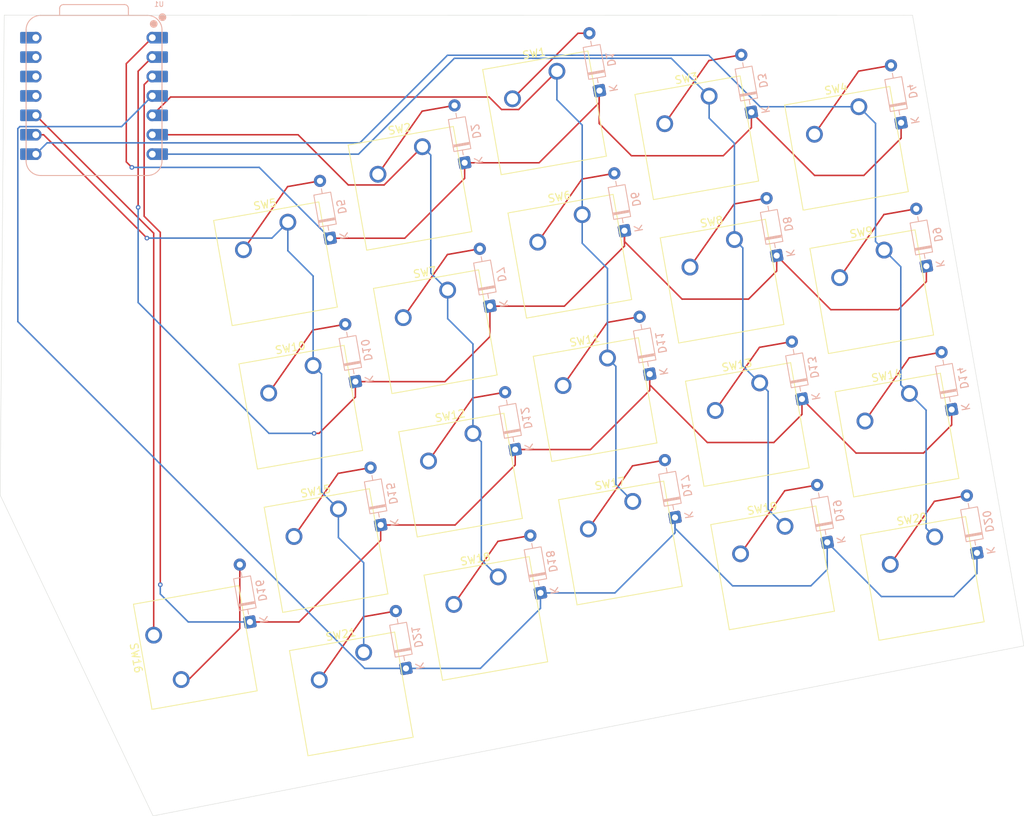
<source format=kicad_pcb>
(kicad_pcb (version 20241229) (generator "pcbnew") (generator_version "9.0")
  (layers (0 "F.Cu" signal) (2 "B.Cu" signal) (13 "F.Paste" user) (15 "B.Paste" user) (5 "F.SilkS" user "F.Silkscreen") (7 "B.SilkS" user "B.Silkscreen") (1 "F.Mask" user) (3 "B.Mask" user) (25 "Edge.Cuts" user))
  (net 0 "")
  (net 1 "Net-(D1-A)")
  (net 2 "row 0")
  (net 3 "Net-(D2-A)")
  (net 4 "Net-(D3-A)")
  (net 5 "Net-(D4-A)")
  (net 6 "Net-(D5-A)")
  (net 7 "Net-(D6-A)")
  (net 8 "row 1")
  (net 9 "Net-(D7-A)")
  (net 10 "Net-(D8-A)")
  (net 11 "Net-(D9-A)")
  (net 12 "Net-(D10-A)")
  (net 13 "Net-(D11-A)")
  (net 14 "row 2")
  (net 15 "Net-(D12-A)")
  (net 16 "Net-(D13-A)")
  (net 17 "Net-(D14-A)")
  (net 18 "Net-(D15-A)")
  (net 19 "Net-(D16-A)")
  (net 20 "Net-(D17-A)")
  (net 21 "row 3")
  (net 22 "Net-(D18-A)")
  (net 23 "Net-(D19-A)")
  (net 24 "Net-(D20-A)")
  (net 25 "Net-(D21-A)")
  (net 26 "column 0")
  (net 27 "column 1")
  (net 28 "column 2")
  (net 29 "column 3")
  (net 30 "column 4")
  (net 31 "column 5")
  (footprint "Button_Switch_Keyboard:SW_Cherry_MX_1.00u_PCB" (layer "F.Cu") (at 229.737255 52.05139 10)
    (property "Reference" "SW3" (at -2.54 -2.794 10) (layer "F.SilkS"))
    (property "Value" "SW_Push")
    (pad "" np_thru_hole circle (at -7.62 5.08 10) (size 1.7 1.7) (drill 1.7) (layers "*.Cu" "*.Mask"))
    (pad "" np_thru_hole circle (at -2.54 5.08 10) (size 4 4) (drill 4) (layers "*.Cu" "*.Mask"))
    (pad "" np_thru_hole circle (at 2.54 5.08 10) (size 1.7 1.7) (drill 1.7) (layers "*.Cu" "*.Mask"))
    (pad "1" thru_hole circle (at 0 0 10) (size 2.2 2.2) (drill 1.5) (layers "*.Cu" "*.Mask") (net 28 "column 2"))
    (pad "2" thru_hole circle (at -6.35 2.54 10) (size 2.2 2.2) (drill 1.5) (layers "*.Cu" "*.Mask") (net 4 "Net-(D3-A)"))
  )
  (footprint "Button_Switch_Keyboard:SW_Cherry_MX_1.00u_PCB" (layer "F.Cu") (at 216.434864 86.314357 10)
    (property "Reference" "SW11" (at -2.54 -2.794 10) (layer "F.SilkS"))
    (property "Value" "SW_Push")
    (pad "" np_thru_hole circle (at -7.62 5.08 10) (size 1.7 1.7) (drill 1.7) (layers "*.Cu" "*.Mask"))
    (pad "" np_thru_hole circle (at -2.54 5.08 10) (size 4 4) (drill 4) (layers "*.Cu" "*.Mask"))
    (pad "" np_thru_hole circle (at 2.54 5.08 10) (size 1.7 1.7) (drill 1.7) (layers "*.Cu" "*.Mask"))
    (pad "1" thru_hole circle (at 0 0 10) (size 2.2 2.2) (drill 1.5) (layers "*.Cu" "*.Mask") (net 26 "column 0"))
    (pad "2" thru_hole circle (at -6.35 2.54 10) (size 2.2 2.2) (drill 1.5) (layers "*.Cu" "*.Mask") (net 13 "Net-(D11-A)"))
  )
  (footprint "Button_Switch_Keyboard:SW_Cherry_MX_1.00u_PCB" (layer "F.Cu") (at 239.661249 108.333153 10)
    (property "Reference" "SW19" (at -2.54 -2.794 10) (layer "F.SilkS"))
    (property "Value" "SW_Push")
    (pad "" np_thru_hole circle (at -7.62 5.08 10) (size 1.7 1.7) (drill 1.7) (layers "*.Cu" "*.Mask"))
    (pad "" np_thru_hole circle (at -2.54 5.08 10) (size 4 4) (drill 4) (layers "*.Cu" "*.Mask"))
    (pad "" np_thru_hole circle (at 2.54 5.08 10) (size 1.7 1.7) (drill 1.7) (layers "*.Cu" "*.Mask"))
    (pad "1" thru_hole circle (at 0 0 10) (size 2.2 2.2) (drill 1.5) (layers "*.Cu" "*.Mask") (net 28 "column 2"))
    (pad "2" thru_hole circle (at -6.35 2.54 10) (size 2.2 2.2) (drill 1.5) (layers "*.Cu" "*.Mask") (net 23 "Net-(D19-A)"))
  )
  (footprint "Button_Switch_Keyboard:SW_Cherry_MX_1.00u_PCB" (layer "F.Cu") (at 233.045253 70.811977 10)
    (property "Reference" "SW8" (at -2.54 -2.794 10) (layer "F.SilkS"))
    (property "Value" "SW_Push")
    (pad "" np_thru_hole circle (at -7.62 5.08 10) (size 1.7 1.7) (drill 1.7) (layers "*.Cu" "*.Mask"))
    (pad "" np_thru_hole circle (at -2.54 5.08 10) (size 4 4) (drill 4) (layers "*.Cu" "*.Mask"))
    (pad "" np_thru_hole circle (at 2.54 5.08 10) (size 1.7 1.7) (drill 1.7) (layers "*.Cu" "*.Mask"))
    (pad "1" thru_hole circle (at 0 0 10) (size 2.2 2.2) (drill 1.5) (layers "*.Cu" "*.Mask") (net 28 "column 2"))
    (pad "2" thru_hole circle (at -6.35 2.54 10) (size 2.2 2.2) (drill 1.5) (layers "*.Cu" "*.Mask") (net 10 "Net-(D8-A)"))
  )
  (footprint "Button_Switch_Keyboard:SW_Cherry_MX_1.00u_PCB" (layer "F.Cu") (at 252.63284 72.194127 10)
    (property "Reference" "SW9" (at -2.54 -2.794 10) (layer "F.SilkS"))
    (property "Value" "SW_Push")
    (pad "" np_thru_hole circle (at -7.62 5.08 10) (size 1.7 1.7) (drill 1.7) (layers "*.Cu" "*.Mask"))
    (pad "" np_thru_hole circle (at -2.54 5.08 10) (size 4 4) (drill 4) (layers "*.Cu" "*.Mask"))
    (pad "" np_thru_hole circle (at 2.54 5.08 10) (size 1.7 1.7) (drill 1.7) (layers "*.Cu" "*.Mask"))
    (pad "1" thru_hole circle (at 0 0 10) (size 2.2 2.2) (drill 1.5) (layers "*.Cu" "*.Mask") (net 29 "column 3"))
    (pad "2" thru_hole circle (at -6.35 2.54 10) (size 2.2 2.2) (drill 1.5) (layers "*.Cu" "*.Mask") (net 11 "Net-(D9-A)"))
  )
  (footprint "Button_Switch_Keyboard:SW_Cherry_MX_1.00u_PCB" (layer "F.Cu") (at 213.126866 67.553769 10)
    (property "Reference" "SW6" (at -2.54 -2.794 10) (layer "F.SilkS"))
    (property "Value" "SW_Push")
    (pad "" np_thru_hole circle (at -7.62 5.08 10) (size 1.7 1.7) (drill 1.7) (layers "*.Cu" "*.Mask"))
    (pad "" np_thru_hole circle (at -2.54 5.08 10) (size 4 4) (drill 4) (layers "*.Cu" "*.Mask"))
    (pad "" np_thru_hole circle (at 2.54 5.08 10) (size 1.7 1.7) (drill 1.7) (layers "*.Cu" "*.Mask"))
    (pad "1" thru_hole circle (at 0 0 10) (size 2.2 2.2) (drill 1.5) (layers "*.Cu" "*.Mask") (net 26 "column 0"))
    (pad "2" thru_hole circle (at -6.35 2.54 10) (size 2.2 2.2) (drill 1.5) (layers "*.Cu" "*.Mask") (net 7 "Net-(D6-A)"))
  )
  (footprint "Button_Switch_Keyboard:SW_Cherry_MX_1.00u_PCB" (layer "F.Cu") (at 181.229287 106.062764 10)
    (property "Reference" "SW15" (at -2.54 -2.794 10) (layer "F.SilkS"))
    (property "Value" "SW_Push")
    (pad "" np_thru_hole circle (at -7.62 5.08 10) (size 1.7 1.7) (drill 1.7) (layers "*.Cu" "*.Mask"))
    (pad "" np_thru_hole circle (at -2.54 5.08 10) (size 4 4) (drill 4) (layers "*.Cu" "*.Mask"))
    (pad "" np_thru_hole circle (at 2.54 5.08 10) (size 1.7 1.7) (drill 1.7) (layers "*.Cu" "*.Mask"))
    (pad "1" thru_hole circle (at 0 0 10) (size 2.2 2.2) (drill 1.5) (layers "*.Cu" "*.Mask") (net 30 "column 4"))
    (pad "2" thru_hole circle (at -6.35 2.54 10) (size 2.2 2.2) (drill 1.5) (layers "*.Cu" "*.Mask") (net 18 "Net-(D15-A)"))
  )
  (footprint "Button_Switch_Keyboard:SW_Cherry_MX_1.00u_PCB" (layer "F.Cu") (at 174.613292 68.541589 10)
    (property "Reference" "SW5" (at -2.54 -2.794 10) (layer "F.SilkS"))
    (property "Value" "SW_Push")
    (pad "" np_thru_hole circle (at -7.62 5.08 10) (size 1.7 1.7) (drill 1.7) (layers "*.Cu" "*.Mask"))
    (pad "" np_thru_hole circle (at -2.54 5.08 10) (size 4 4) (drill 4) (layers "*.Cu" "*.Mask"))
    (pad "" np_thru_hole circle (at 2.54 5.08 10) (size 1.7 1.7) (drill 1.7) (layers "*.Cu" "*.Mask"))
    (pad "1" thru_hole circle (at 0 0 10) (size 2.2 2.2) (drill 1.5) (layers "*.Cu" "*.Mask") (net 30 "column 4"))
    (pad "2" thru_hole circle (at -6.35 2.54 10) (size 2.2 2.2) (drill 1.5) (layers "*.Cu" "*.Mask") (net 6 "Net-(D5-A)"))
  )
  (footprint "Button_Switch_Keyboard:SW_Cherry_MX_1.00u_PCB" (layer "F.Cu") (at 209.818869 48.793182 10)
    (property "Reference" "SW1" (at -2.54 -2.794 10) (layer "F.SilkS"))
    (property "Value" "SW_Push")
    (pad "" np_thru_hole circle (at -7.62 5.08 10) (size 1.7 1.7) (drill 1.7) (layers "*.Cu" "*.Mask"))
    (pad "" np_thru_hole circle (at -2.54 5.08 10) (size 4 4) (drill 4) (layers "*.Cu" "*.Mask"))
    (pad "" np_thru_hole circle (at 2.54 5.08 10) (size 1.7 1.7) (drill 1.7) (layers "*.Cu" "*.Mask"))
    (pad "1" thru_hole circle (at 0 0 10) (size 2.2 2.2) (drill 1.5) (layers "*.Cu" "*.Mask") (net 26 "column 0"))
    (pad "2" thru_hole circle (at -6.35 2.54 10) (size 2.2 2.2) (drill 1.5) (layers "*.Cu" "*.Mask") (net 1 "Net-(D1-A)"))
  )
  (footprint "Button_Switch_Keyboard:SW_Cherry_MX_1.00u_PCB" (layer "F.Cu") (at 259.248836 109.715302 10)
    (property "Reference" "SW20" (at -2.54 -2.794 10) (layer "F.SilkS"))
    (property "Value" "SW_Push")
    (pad "" np_thru_hole circle (at -7.62 5.08 10) (size 1.7 1.7) (drill 1.7) (layers "*.Cu" "*.Mask"))
    (pad "" np_thru_hole circle (at -2.54 5.08 10) (size 4 4) (drill 4) (layers "*.Cu" "*.Mask"))
    (pad "" np_thru_hole circle (at 2.54 5.08 10) (size 1.7 1.7) (drill 1.7) (layers "*.Cu" "*.Mask"))
    (pad "1" thru_hole circle (at 0 0 10) (size 2.2 2.2) (drill 1.5) (layers "*.Cu" "*.Mask") (net 29 "column 3"))
    (pad "2" thru_hole circle (at -6.35 2.54 10) (size 2.2 2.2) (drill 1.5) (layers "*.Cu" "*.Mask") (net 24 "Net-(D20-A)"))
  )
  (footprint "Button_Switch_Keyboard:SW_Cherry_MX_1.00u_PCB" (layer "F.Cu") (at 192.21608 58.667385 10)
    (property "Reference" "SW2" (at -2.54 -2.794 10) (layer "F.SilkS"))
    (property "Value" "SW_Push")
    (pad "" np_thru_hole circle (at -7.62 5.08 10) (size 1.7 1.7) (drill 1.7) (layers "*.Cu" "*.Mask"))
    (pad "" np_thru_hole circle (at -2.54 5.08 10) (size 4 4) (drill 4) (layers "*.Cu" "*.Mask"))
    (pad "" np_thru_hole circle (at 2.54 5.08 10) (size 1.7 1.7) (drill 1.7) (layers "*.Cu" "*.Mask"))
    (pad "1" thru_hole circle (at 0 0 10) (size 2.2 2.2) (drill 1.5) (layers "*.Cu" "*.Mask") (net 27 "column 1"))
    (pad "2" thru_hole circle (at -6.35 2.54 10) (size 2.2 2.2) (drill 1.5) (layers "*.Cu" "*.Mask") (net 3 "Net-(D2-A)"))
  )
  (footprint "Button_Switch_Keyboard:SW_Cherry_MX_1.00u_PCB" (layer "F.Cu") (at 202.140073 114.949148 10)
    (property "Reference" "SW18" (at -2.54 -2.794 10) (layer "F.SilkS"))
    (property "Value" "SW_Push")
    (pad "" np_thru_hole circle (at -7.62 5.08 10) (size 1.7 1.7) (drill 1.7) (layers "*.Cu" "*.Mask"))
    (pad "" np_thru_hole circle (at -2.54 5.08 10) (size 4 4) (drill 4) (layers "*.Cu" "*.Mask"))
    (pad "" np_thru_hole circle (at 2.54 5.08 10) (size 1.7 1.7) (drill 1.7) (layers "*.Cu" "*.Mask"))
    (pad "1" thru_hole circle (at 0 0 10) (size 2.2 2.2) (drill 1.5) (layers "*.Cu" "*.Mask") (net 27 "column 1"))
    (pad "2" thru_hole circle (at -6.35 2.54 10) (size 2.2 2.2) (drill 1.5) (layers "*.Cu" "*.Mask") (net 22 "Net-(D18-A)"))
  )
  (footprint "Button_Switch_Keyboard:SW_Cherry_MX_1.00u_PCB" (layer "F.Cu") (at 255.940838 90.954714 10)
    (property "Reference" "SW14" (at -2.54 -2.794 10) (layer "F.SilkS"))
    (property "Value" "SW_Push")
    (pad "" np_thru_hole circle (at -7.62 5.08 10) (size 1.7 1.7) (drill 1.7) (layers "*.Cu" "*.Mask"))
    (pad "" np_thru_hole circle (at -2.54 5.08 10) (size 4 4) (drill 4) (layers "*.Cu" "*.Mask"))
    (pad "" np_thru_hole circle (at 2.54 5.08 10) (size 1.7 1.7) (drill 1.7) (layers "*.Cu" "*.Mask"))
    (pad "1" thru_hole circle (at 0 0 10) (size 2.2 2.2) (drill 1.5) (layers "*.Cu" "*.Mask") (net 29 "column 3"))
    (pad "2" thru_hole circle (at -6.35 2.54 10) (size 2.2 2.2) (drill 1.5) (layers "*.Cu" "*.Mask") (net 17 "Net-(D14-A)"))
  )
  (footprint "Button_Switch_Keyboard:SW_Cherry_MX_1.50u_PCB" (layer "F.Cu") (at 157.059529 122.575667 100)
    (property "Reference" "SW16" (at -2.54 -2.794 100) (layer "F.SilkS"))
    (property "Value" "SW_Push")
    (pad "" np_thru_hole circle (at -7.62 5.08 100) (size 1.7 1.7) (drill 1.7) (layers "*.Cu" "*.Mask"))
    (pad "" np_thru_hole circle (at -2.54 5.08 100) (size 4 4) (drill 4) (layers "*.Cu" "*.Mask"))
    (pad "" np_thru_hole circle (at 2.54 5.08 100) (size 1.7 1.7) (drill 1.7) (layers "*.Cu" "*.Mask"))
    (pad "1" thru_hole circle (at 0 0 100) (size 2.2 2.2) (drill 1.5) (layers "*.Cu" "*.Mask") (net 31 "column 5"))
    (pad "2" thru_hole circle (at -6.35 2.54 100) (size 2.2 2.2) (drill 1.5) (layers "*.Cu" "*.Mask") (net 19 "Net-(D16-A)"))
  )
  (footprint "Button_Switch_Keyboard:SW_Cherry_MX_1.00u_PCB" (layer "F.Cu") (at 198.832076 96.188561 10)
    (property "Reference" "SW12" (at -2.54 -2.794 10) (layer "F.SilkS"))
    (property "Value" "SW_Push")
    (pad "" np_thru_hole circle (at -7.62 5.08 10) (size 1.7 1.7) (drill 1.7) (layers "*.Cu" "*.Mask"))
    (pad "" np_thru_hole circle (at -2.54 5.08 10) (size 4 4) (drill 4) (layers "*.Cu" "*.Mask"))
    (pad "" np_thru_hole circle (at 2.54 5.08 10) (size 1.7 1.7) (drill 1.7) (layers "*.Cu" "*.Mask"))
    (pad "1" thru_hole circle (at 0 0 10) (size 2.2 2.2) (drill 1.5) (layers "*.Cu" "*.Mask") (net 27 "column 1"))
    (pad "2" thru_hole circle (at -6.35 2.54 10) (size 2.2 2.2) (drill 1.5) (layers "*.Cu" "*.Mask") (net 15 "Net-(D12-A)"))
  )
  (footprint "Button_Switch_Keyboard:SW_Cherry_MX_1.00u_PCB" (layer "F.Cu") (at 184.537285 124.823352 10)
    (property "Reference" "SW21" (at -2.54 -2.794 10) (layer "F.SilkS"))
    (property "Value" "SW_Push")
    (pad "" np_thru_hole circle (at -7.62 5.08 10) (size 1.7 1.7) (drill 1.7) (layers "*.Cu" "*.Mask"))
    (pad "" np_thru_hole circle (at -2.54 5.08 10) (size 4 4) (drill 4) (layers "*.Cu" "*.Mask"))
    (pad "" np_thru_hole circle (at 2.54 5.08 10) (size 1.7 1.7) (drill 1.7) (layers "*.Cu" "*.Mask"))
    (pad "1" thru_hole circle (at 0 0 10) (size 2.2 2.2) (drill 1.5) (layers "*.Cu" "*.Mask") (net 30 "column 4"))
    (pad "2" thru_hole circle (at -6.35 2.54 10) (size 2.2 2.2) (drill 1.5) (layers "*.Cu" "*.Mask") (net 25 "Net-(D21-A)"))
  )
  (footprint "Button_Switch_Keyboard:SW_Cherry_MX_1.00u_PCB" (layer "F.Cu") (at 236.353251 89.572565 10)
    (property "Reference" "SW13" (at -2.54 -2.794 10) (layer "F.SilkS"))
    (property "Value" "SW_Push")
    (pad "" np_thru_hole circle (at -7.62 5.08 10) (size 1.7 1.7) (drill 1.7) (layers "*.Cu" "*.Mask"))
    (pad "" np_thru_hole circle (at -2.54 5.08 10) (size 4 4) (drill 4) (layers "*.Cu" "*.Mask"))
    (pad "" np_thru_hole circle (at 2.54 5.08 10) (size 1.7 1.7) (drill 1.7) (layers "*.Cu" "*.Mask"))
    (pad "1" thru_hole circle (at 0 0 10) (size 2.2 2.2) (drill 1.5) (layers "*.Cu" "*.Mask") (net 28 "column 2"))
    (pad "2" thru_hole circle (at -6.35 2.54 10) (size 2.2 2.2) (drill 1.5) (layers "*.Cu" "*.Mask") (net 16 "Net-(D13-A)"))
  )
  (footprint "Button_Switch_Keyboard:SW_Cherry_MX_1.00u_PCB" (layer "F.Cu") (at 249.324843 53.433539 10)
    (property "Reference" "SW4" (at -2.54 -2.794 10) (layer "F.SilkS"))
    (property "Value" "SW_Push")
    (pad "" np_thru_hole circle (at -7.62 5.08 10) (size 1.7 1.7) (drill 1.7) (layers "*.Cu" "*.Mask"))
    (pad "" np_thru_hole circle (at -2.54 5.08 10) (size 4 4) (drill 4) (layers "*.Cu" "*.Mask"))
    (pad "" np_thru_hole circle (at 2.54 5.08 10) (size 1.7 1.7) (drill 1.7) (layers "*.Cu" "*.Mask"))
    (pad "1" thru_hole circle (at 0 0 10) (size 2.2 2.2) (drill 1.5) (layers "*.Cu" "*.Mask") (net 29 "column 3"))
    (pad "2" thru_hole circle (at -6.35 2.54 10) (size 2.2 2.2) (drill 1.5) (layers "*.Cu" "*.Mask") (net 5 "Net-(D4-A)"))
  )
  (footprint "Button_Switch_Keyboard:SW_Cherry_MX_1.00u_PCB" (layer "F.Cu") (at 219.742862 105.074945 10)
    (property "Reference" "SW17" (at -2.54 -2.794 10) (layer "F.SilkS"))
    (property "Value" "SW_Push")
    (pad "" np_thru_hole circle (at -7.62 5.08 10) (size 1.7 1.7) (drill 1.7) (layers "*.Cu" "*.Mask"))
    (pad "" np_thru_hole circle (at -2.54 5.08 10) (size 4 4) (drill 4) (layers "*.Cu" "*.Mask"))
    (pad "" np_thru_hole circle (at 2.54 5.08 10) (size 1.7 1.7) (drill 1.7) (layers "*.Cu" "*.Mask"))
    (pad "1" thru_hole circle (at 0 0 10) (size 2.2 2.2) (drill 1.5) (layers "*.Cu" "*.Mask") (net 26 "column 0"))
    (pad "2" thru_hole circle (at -6.35 2.54 10) (size 2.2 2.2) (drill 1.5) (layers "*.Cu" "*.Mask") (net 20 "Net-(D17-A)"))
  )
  (footprint "Button_Switch_Keyboard:SW_Cherry_MX_1.00u_PCB" (layer "F.Cu") (at 177.921289 87.302176 10)
    (property "Reference" "SW10" (at -2.54 -2.794 10) (layer "F.SilkS"))
    (property "Value" "SW_Push")
    (pad "" np_thru_hole circle (at -7.62 5.08 10) (size 1.7 1.7) (drill 1.7) (layers "*.Cu" "*.Mask"))
    (pad "" np_thru_hole circle (at -2.54 5.08 10) (size 4 4) (drill 4) (layers "*.Cu" "*.Mask"))
    (pad "" np_thru_hole circle (at 2.54 5.08 10) (size 1.7 1.7) (drill 1.7) (layers "*.Cu" "*.Mask"))
    (pad "1" thru_hole circle (at 0 0 10) (size 2.2 2.2) (drill 1.5) (layers "*.Cu" "*.Mask") (net 30 "column 4"))
    (pad "2" thru_hole circle (at -6.35 2.54 10) (size 2.2 2.2) (drill 1.5) (layers "*.Cu" "*.Mask") (net 12 "Net-(D10-A)"))
  )
  (footprint "Button_Switch_Keyboard:SW_Cherry_MX_1.00u_PCB" (layer "F.Cu") (at 195.524078 77.427973 10)
    (property "Reference" "SW7" (at -2.54 -2.794 10) (layer "F.SilkS"))
    (property "Value" "SW_Push")
    (pad "" np_thru_hole circle (at -7.62 5.08 10) (size 1.7 1.7) (drill 1.7) (layers "*.Cu" "*.Mask"))
    (pad "" np_thru_hole circle (at -2.54 5.08 10) (size 4 4) (drill 4) (layers "*.Cu" "*.Mask"))
    (pad "" np_thru_hole circle (at 2.54 5.08 10) (size 1.7 1.7) (drill 1.7) (layers "*.Cu" "*.Mask"))
    (pad "1" thru_hole circle (at 0 0 10) (size 2.2 2.2) (drill 1.5) (layers "*.Cu" "*.Mask") (net 27 "column 1"))
    (pad "2" thru_hole circle (at -6.35 2.54 10) (size 2.2 2.2) (drill 1.5) (layers "*.Cu" "*.Mask") (net 9 "Net-(D7-A)"))
  )
  (footprint "Diode_THT:D_DO-35_SOD27_P7.62mm_Horizontal" (layer "B.Cu") (at 180.142269 70.643423 100)
    (property "Reference" "D5" (at 3.81 2.12 100) (layer "B.SilkS") (effects (justify mirror)))
    (property "Value" "1N4148")
    (fp_text user "K" (at 0 1.8 100) (layer "B.SilkS") (effects (justify mirror)))
    (pad "1" thru_hole roundrect (at 0 0 100) (size 1.6 1.6) (drill 0.8) (layers "*.Cu" "*.Mask") (roundrect_rratio 0.15625) (net 2 "row 0"))
    (pad "2" thru_hole circle (at 7.62 0 100) (size 1.6 1.6) (drill 0.8) (layers "*.Cu" "*.Mask") (net 6 "Net-(D5-A)"))
  )
  (footprint "Diode_THT:D_DO-35_SOD27_P7.62mm_Horizontal" (layer "B.Cu") (at 218.655843 69.655603 100)
    (property "Reference" "D6" (at 3.81 2.12 100) (layer "B.SilkS") (effects (justify mirror)))
    (property "Value" "1N4148")
    (fp_text user "K" (at 0 1.8 100) (layer "B.SilkS") (effects (justify mirror)))
    (pad "1" thru_hole roundrect (at 0 0 100) (size 1.6 1.6) (drill 0.8) (layers "*.Cu" "*.Mask") (roundrect_rratio 0.15625) (net 8 "row 1"))
    (pad "2" thru_hole circle (at 7.62 0 100) (size 1.6 1.6) (drill 0.8) (layers "*.Cu" "*.Mask") (net 7 "Net-(D6-A)"))
  )
  (footprint "Diode_THT:D_DO-35_SOD27_P7.62mm_Horizontal" (layer "B.Cu") (at 204.361053 98.290395 100)
    (property "Reference" "D12" (at 3.81 2.12 100) (layer "B.SilkS") (effects (justify mirror)))
    (property "Value" "1N4148")
    (fp_text user "K" (at 0 1.8 100) (layer "B.SilkS") (effects (justify mirror)))
    (pad "1" thru_hole roundrect (at 0 0 100) (size 1.6 1.6) (drill 0.8) (layers "*.Cu" "*.Mask") (roundrect_rratio 0.15625) (net 14 "row 2"))
    (pad "2" thru_hole circle (at 7.62 0 100) (size 1.6 1.6) (drill 0.8) (layers "*.Cu" "*.Mask") (net 15 "Net-(D12-A)"))
  )
  (footprint "Diode_THT:D_DO-35_SOD27_P7.62mm_Horizontal" (layer "B.Cu") (at 264.777813 111.817136 100)
    (property "Reference" "D20" (at 3.81 2.12 100) (layer "B.SilkS") (effects (justify mirror)))
    (property "Value" "1N4148")
    (fp_text user "K" (at 0 1.8 100) (layer "B.SilkS") (effects (justify mirror)))
    (pad "1" thru_hole roundrect (at 0 0 100) (size 1.6 1.6) (drill 0.8) (layers "*.Cu" "*.Mask") (roundrect_rratio 0.15625) (net 21 "row 3"))
    (pad "2" thru_hole circle (at 7.62 0 100) (size 1.6 1.6) (drill 0.8) (layers "*.Cu" "*.Mask") (net 24 "Net-(D20-A)"))
  )
  (footprint "Diode_THT:D_DO-35_SOD27_P7.62mm_Horizontal" (layer "B.Cu") (at 207.66905 117.050982 100)
    (property "Reference" "D18" (at 3.81 2.12 100) (layer "B.SilkS") (effects (justify mirror)))
    (property "Value" "1N4148")
    (fp_text user "K" (at 0 1.8 100) (layer "B.SilkS") (effects (justify mirror)))
    (pad "1" thru_hole roundrect (at 0 0 100) (size 1.6 1.6) (drill 0.8) (layers "*.Cu" "*.Mask") (roundrect_rratio 0.15625) (net 21 "row 3"))
    (pad "2" thru_hole circle (at 7.62 0 100) (size 1.6 1.6) (drill 0.8) (layers "*.Cu" "*.Mask") (net 22 "Net-(D18-A)"))
  )
  (footprint "Diode_THT:D_DO-35_SOD27_P7.62mm_Horizontal" (layer "B.Cu") (at 197.745057 60.769219 100)
    (property "Reference" "D2" (at 3.81 2.12 100) (layer "B.SilkS") (effects (justify mirror)))
    (property "Value" "1N4148")
    (fp_text user "K" (at 0 1.8 100) (layer "B.SilkS") (effects (justify mirror)))
    (pad "1" thru_hole roundrect (at 0 0 100) (size 1.6 1.6) (drill 0.8) (layers "*.Cu" "*.Mask") (roundrect_rratio 0.15625) (net 2 "row 0"))
    (pad "2" thru_hole circle (at 7.62 0 100) (size 1.6 1.6) (drill 0.8) (layers "*.Cu" "*.Mask") (net 3 "Net-(D2-A)"))
  )
  (footprint "Diode_THT:D_DO-35_SOD27_P7.62mm_Horizontal" (layer "B.Cu") (at 201.053055 79.529807 100)
    (property "Reference" "D7" (at 3.81 2.12 100) (layer "B.SilkS") (effects (justify mirror)))
    (property "Value" "1N4148")
    (fp_text user "K" (at 0 1.8 100) (layer "B.SilkS") (effects (justify mirror)))
    (pad "1" thru_hole roundrect (at 0 0 100) (size 1.6 1.6) (drill 0.8) (layers "*.Cu" "*.Mask") (roundrect_rratio 0.15625) (net 8 "row 1"))
    (pad "2" thru_hole circle (at 7.62 0 100) (size 1.6 1.6) (drill 0.8) (layers "*.Cu" "*.Mask") (net 9 "Net-(D7-A)"))
  )
  (footprint "Diode_THT:D_DO-35_SOD27_P7.62mm_Horizontal" (layer "B.Cu") (at 215.3866 51.327118 100)
    (property "Reference" "D1" (at 3.81 2.12 100) (layer "B.SilkS") (effects (justify mirror)))
    (property "Value" "1N4148")
    (fp_text user "K" (at 0 1.8 100) (layer "B.SilkS") (effects (justify mirror)))
    (pad "1" thru_hole roundrect (at 0 0 100) (size 1.6 1.6) (drill 0.8) (layers "*.Cu" "*.Mask") (roundrect_rratio 0.15625) (net 2 "row 0"))
    (pad "2" thru_hole circle (at 7.62 0 100) (size 1.6 1.6) (drill 0.8) (layers "*.Cu" "*.Mask") (net 1 "Net-(D1-A)"))
  )
  (footprint "Diode_THT:D_DO-35_SOD27_P7.62mm_Horizontal" (layer "B.Cu") (at 186.758264 108.164598 100)
    (property "Reference" "D15" (at 3.81 2.12 100) (layer "B.SilkS") (effects (justify mirror)))
    (property "Value" "1N4148")
    (fp_text user "K" (at 0 1.8 100) (layer "B.SilkS") (effects (justify mirror)))
    (pad "1" thru_hole roundrect (at 0 0 100) (size 1.6 1.6) (drill 0.8) (layers "*.Cu" "*.Mask") (roundrect_rratio 0.15625) (net 14 "row 2"))
    (pad "2" thru_hole circle (at 7.62 0 100) (size 1.6 1.6) (drill 0.8) (layers "*.Cu" "*.Mask") (net 18 "Net-(D15-A)"))
  )
  (footprint "Diode_THT:D_DO-35_SOD27_P7.62mm_Horizontal" (layer "B.Cu") (at 258.161817 74.295961 100)
    (property "Reference" "D9" (at 3.81 2.12 100) (layer "B.SilkS") (effects (justify mirror)))
    (property "Value" "1N4148")
    (fp_text user "K" (at 0 1.8 100) (layer "B.SilkS") (effects (justify mirror)))
    (pad "1" thru_hole roundrect (at 0 0 100) (size 1.6 1.6) (drill 0.8) (layers "*.Cu" "*.Mask") (roundrect_rratio 0.15625) (net 8 "row 1"))
    (pad "2" thru_hole circle (at 7.62 0 100) (size 1.6 1.6) (drill 0.8) (layers "*.Cu" "*.Mask") (net 11 "Net-(D9-A)"))
  )
  (footprint "Diode_THT:D_DO-35_SOD27_P7.62mm_Horizontal" (layer "B.Cu") (at 261.469815 93.056548 100)
    (property "Reference" "D14" (at 3.81 2.12 100) (layer "B.SilkS") (effects (justify mirror)))
    (property "Value" "1N4148")
    (fp_text user "K" (at 0 1.8 100) (layer "B.SilkS") (effects (justify mirror)))
    (pad "1" thru_hole roundrect (at 0 0 100) (size 1.6 1.6) (drill 0.8) (layers "*.Cu" "*.Mask") (roundrect_rratio 0.15625) (net 14 "row 2"))
    (pad "2" thru_hole circle (at 7.62 0 100) (size 1.6 1.6) (drill 0.8) (layers "*.Cu" "*.Mask") (net 17 "Net-(D14-A)"))
  )
  (footprint "Diode_THT:D_DO-35_SOD27_P7.62mm_Horizontal" (layer "B.Cu") (at 169.651675 120.85289 100)
    (property "Reference" "D16" (at 3.81 2.12 100) (layer "B.SilkS") (effects (justify mirror)))
    (property "Value" "1N4148")
    (fp_text user "K" (at 0 1.8 100) (layer "B.SilkS") (effects (justify mirror)))
    (pad "1" thru_hole roundrect (at 0 0 100) (size 1.6 1.6) (drill 0.8) (layers "*.Cu" "*.Mask") (roundrect_rratio 0.15625) (net 14 "row 2"))
    (pad "2" thru_hole circle (at 7.62 0 100) (size 1.6 1.6) (drill 0.8) (layers "*.Cu" "*.Mask") (net 19 "Net-(D16-A)"))
  )
  (footprint "Diode_THT:D_DO-35_SOD27_P7.62mm_Horizontal" (layer "B.Cu") (at 245.190226 110.434987 100)
    (property "Reference" "D19" (at 3.81 2.12 100) (layer "B.SilkS") (effects (justify mirror)))
    (property "Value" "1N4148")
    (fp_text user "K" (at 0 1.8 100) (layer "B.SilkS") (effects (justify mirror)))
    (pad "1" thru_hole roundrect (at 0 0 100) (size 1.6 1.6) (drill 0.8) (layers "*.Cu" "*.Mask") (roundrect_rratio 0.15625) (net 21 "row 3"))
    (pad "2" thru_hole circle (at 7.62 0 100) (size 1.6 1.6) (drill 0.8) (layers "*.Cu" "*.Mask") (net 23 "Net-(D19-A)"))
  )
  (footprint "Diode_THT:D_DO-35_SOD27_P7.62mm_Horizontal" (layer "B.Cu") (at 221.963841 88.416191 100)
    (property "Reference" "D11" (at 3.81 2.12 100) (layer "B.SilkS") (effects (justify mirror)))
    (property "Value" "1N4148")
    (fp_text user "K" (at 0 1.8 100) (layer "B.SilkS") (effects (justify mirror)))
    (pad "1" thru_hole roundrect (at 0 0 100) (size 1.6 1.6) (drill 0.8) (layers "*.Cu" "*.Mask") (roundrect_rratio 0.15625) (net 14 "row 2"))
    (pad "2" thru_hole circle (at 7.62 0 100) (size 1.6 1.6) (drill 0.8) (layers "*.Cu" "*.Mask") (net 13 "Net-(D11-A)"))
  )
  (footprint "Diode_THT:D_DO-35_SOD27_P7.62mm_Horizontal" (layer "B.Cu") (at 254.85382 55.535373 100)
    (property "Reference" "D4" (at 3.81 2.12 100) (layer "B.SilkS") (effects (justify mirror)))
    (property "Value" "1N4148")
    (fp_text user "K" (at 0 1.8 100) (layer "B.SilkS") (effects (justify mirror)))
    (pad "1" thru_hole roundrect (at 0 0 100) (size 1.6 1.6) (drill 0.8) (layers "*.Cu" "*.Mask") (roundrect_rratio 0.15625) (net 2 "row 0"))
    (pad "2" thru_hole circle (at 7.62 0 100) (size 1.6 1.6) (drill 0.8) (layers "*.Cu" "*.Mask") (net 5 "Net-(D4-A)"))
  )
  (footprint "Diode_THT:D_DO-35_SOD27_P7.62mm_Horizontal" (layer "B.Cu") (at 190.066262 126.925186 100)
    (property "Reference" "D21" (at 3.81 2.12 100) (layer "B.SilkS") (effects (justify mirror)))
    (property "Value" "1N4148")
    (fp_text user "K" (at 0 1.8 100) (layer "B.SilkS") (effects (justify mirror)))
    (pad "1" thru_hole roundrect (at 0 0 100) (size 1.6 1.6) (drill 0.8) (layers "*.Cu" "*.Mask") (roundrect_rratio 0.15625) (net 21 "row 3"))
    (pad "2" thru_hole circle (at 7.62 0 100) (size 1.6 1.6) (drill 0.8) (layers "*.Cu" "*.Mask") (net 25 "Net-(D21-A)"))
  )
  (footprint "Diode_THT:D_DO-35_SOD27_P7.62mm_Horizontal" (layer "B.Cu") (at 235.266232 54.153224 100)
    (property "Reference" "D3" (at 3.81 2.12 100) (layer "B.SilkS") (effects (justify mirror)))
    (property "Value" "1N4148")
    (fp_text user "K" (at 0 1.8 100) (layer "B.SilkS") (effects (justify mirror)))
    (pad "1" thru_hole roundrect (at 0 0 100) (size 1.6 1.6) (drill 0.8) (layers "*.Cu" "*.Mask") (roundrect_rratio 0.15625) (net 2 "row 0"))
    (pad "2" thru_hole circle (at 7.62 0 100) (size 1.6 1.6) (drill 0.8) (layers "*.Cu" "*.Mask") (net 4 "Net-(D3-A)"))
  )
  (footprint "Diode_THT:D_DO-35_SOD27_P7.62mm_Horizontal" (layer "B.Cu") (at 238.57423 72.913811 100)
    (property "Reference" "D8" (at 3.81 2.12 100) (layer "B.SilkS") (effects (justify mirror)))
    (property "Value" "1N4148")
    (fp_text user "K" (at 0 1.8 100) (layer "B.SilkS") (effects (justify mirror)))
    (pad "1" thru_hole roundrect (at 0 0 100) (size 1.6 1.6) (drill 0.8) (layers "*.Cu" "*.Mask") (roundrect_rratio 0.15625) (net 8 "row 1"))
    (pad "2" thru_hole circle (at 7.62 0 100) (size 1.6 1.6) (drill 0.8) (layers "*.Cu" "*.Mask") (net 10 "Net-(D8-A)"))
  )
  (footprint "Diode_THT:D_DO-35_SOD27_P7.62mm_Horizontal" (layer "B.Cu") (at 241.882228 91.674399 100)
    (property "Reference" "D13" (at 3.81 2.12 100) (layer "B.SilkS") (effects (justify mirror)))
    (property "Value" "1N4148")
    (fp_text user "K" (at 0 1.8 100) (layer "B.SilkS") (effects (justify mirror)))
    (pad "1" thru_hole roundrect (at 0 0 100) (size 1.6 1.6) (drill 0.8) (layers "*.Cu" "*.Mask") (roundrect_rratio 0.15625) (net 14 "row 2"))
    (pad "2" thru_hole circle (at 7.62 0 100) (size 1.6 1.6) (drill 0.8) (layers "*.Cu" "*.Mask") (net 16 "Net-(D13-A)"))
  )
  (footprint "Diode_THT:D_DO-35_SOD27_P7.62mm_Horizontal" (layer "B.Cu") (at 225.271839 107.176779 100)
    (property "Reference" "D17" (at 3.81 2.12 100) (layer "B.SilkS") (effects (justify mirror)))
    (property "Value" "1N4148")
    (fp_text user "K" (at 0 1.8 100) (layer "B.SilkS") (effects (justify mirror)))
    (pad "1" thru_hole roundrect (at 0 0 100) (size 1.6 1.6) (drill 0.8) (layers "*.Cu" "*.Mask") (roundrect_rratio 0.15625) (net 21 "row 3"))
    (pad "2" thru_hole circle (at 7.62 0 100) (size 1.6 1.6) (drill 0.8) (layers "*.Cu" "*.Mask") (net 20 "Net-(D17-A)"))
  )
  (footprint "Seeed Studio XIAO Series Library:XIAO-RP2040-DIP" (layer "B.Cu") (at 149.255 52.02 180)
    (property "Reference" "U1" (at -8.5 12 0) (layer "B.SilkS") (effects (font (size 0.635 0.635) (thickness 0.1016)) (justify mirror)))
    (property "Value" "XIAO-RP2040-DIP")
    (pad "1" smd roundrect (at -8.455 7.62) (size 2.432 1.524) (layers "B.Cu" "B.Mask") (roundrect_rratio 0.1) (net 2 "row 0"))
    (pad "1" thru_hole circle (at -7.62 7.62) (size 1.524 1.524) (drill 0.889) (layers "*.Cu" "*.Mask") (net 2 "row 0"))
    (pad "2" smd roundrect (at -8.455 5.08) (size 2.432 1.524) (layers "B.Cu" "B.Mask") (roundrect_rratio 0.1) (net 8 "row 1"))
    (pad "2" thru_hole circle (at -7.62 5.08) (size 1.524 1.524) (drill 0.889) (layers "*.Cu" "*.Mask") (net 8 "row 1"))
    (pad "3" smd roundrect (at -8.455 2.54) (size 2.432 1.524) (layers "B.Cu" "B.Mask") (roundrect_rratio 0.1) (net 14 "row 2"))
    (pad "3" thru_hole circle (at -7.62 2.54) (size 1.524 1.524) (drill 0.889) (layers "*.Cu" "*.Mask") (net 14 "row 2"))
    (pad "4" smd roundrect (at -8.455 0) (size 2.432 1.524) (layers "B.Cu" "B.Mask") (roundrect_rratio 0.1) (net 21 "row 3"))
    (pad "4" thru_hole circle (at -7.62 0) (size 1.524 1.524) (drill 0.889) (layers "*.Cu" "*.Mask") (net 21 "row 3"))
    (pad "5" smd roundrect (at -8.455 -2.54) (size 2.432 1.524) (layers "B.Cu" "B.Mask") (roundrect_rratio 0.1) (net 26 "column 0"))
    (pad "5" thru_hole circle (at -7.62 -2.54) (size 1.524 1.524) (drill 0.889) (layers "*.Cu" "*.Mask") (net 26 "column 0"))
    (pad "6" smd roundrect (at -8.455 -5.08) (size 2.432 1.524) (layers "B.Cu" "B.Mask") (roundrect_rratio 0.1) (net 27 "column 1"))
    (pad "6" thru_hole circle (at -7.62 -5.08) (size 1.524 1.524) (drill 0.889) (layers "*.Cu" "*.Mask") (net 27 "column 1"))
    (pad "7" smd roundrect (at -8.455 -7.62) (size 2.432 1.524) (layers "B.Cu" "B.Mask") (roundrect_rratio 0.1) (net 28 "column 2"))
    (pad "7" thru_hole circle (at -7.62 -7.62) (size 1.524 1.524) (drill 0.889) (layers "*.Cu" "*.Mask") (net 28 "column 2"))
    (pad "8" thru_hole circle (at 7.62 -7.62 180) (size 1.524 1.524) (drill 0.889) (layers "*.Cu" "*.Mask") (net 29 "column 3"))
    (pad "8" smd roundrect (at 8.455 -7.62 180) (size 2.432 1.524) (layers "B.Cu" "B.Mask") (roundrect_rratio 0.1) (net 29 "column 3"))
    (pad "9" thru_hole circle (at 7.62 -5.08 180) (size 1.524 1.524) (drill 0.889) (layers "*.Cu" "*.Mask") (net 30 "column 4"))
    (pad "9" smd roundrect (at 8.455 -5.08 180) (size 2.432 1.524) (layers "B.Cu" "B.Mask") (roundrect_rratio 0.1) (net 30 "column 4"))
    (pad "10" thru_hole circle (at 7.62 -2.54 180) (size 1.524 1.524) (drill 0.889) (layers "*.Cu" "*.Mask") (net 31 "column 5"))
    (pad "10" smd roundrect (at 8.455 -2.54 180) (size 2.432 1.524) (layers "B.Cu" "B.Mask") (roundrect_rratio 0.1) (net 31 "column 5"))
    (pad "11" thru_hole circle (at 7.62 0 180) (size 1.524 1.524) (drill 0.889) (layers "*.Cu" "*.Mask"))
    (pad "11" smd roundrect (at 8.455 0 180) (size 2.432 1.524) (layers "B.Cu" "B.Mask") (roundrect_rratio 0.1))
    (pad "12" thru_hole circle (at 7.62 2.54 180) (size 1.524 1.524) (drill 0.889) (layers "*.Cu" "*.Mask"))
    (pad "12" smd roundrect (at 8.455 2.54 180) (size 2.432 1.524) (layers "B.Cu" "B.Mask") (roundrect_rratio 0.1))
    (pad "13" thru_hole circle (at 7.62 5.08 180) (size 1.524 1.524) (drill 0.889) (layers "*.Cu" "*.Mask"))
    (pad "13" smd roundrect (at 8.455 5.08 180) (size 2.432 1.524) (layers "B.Cu" "B.Mask") (roundrect_rratio 0.1))
    (pad "14" thru_hole circle (at 7.62 7.62 180) (size 1.524 1.524) (drill 0.889) (layers "*.Cu" "*.Mask"))
    (pad "14" smd roundrect (at 8.455 7.62 180) (size 2.432 1.524) (layers "B.Cu" "B.Mask") (roundrect_rratio 0.1))
  )
  (footprint "Diode_THT:D_DO-35_SOD27_P7.62mm_Horizontal" (layer "B.Cu") (at 183.450266 89.40401 100)
    (property "Reference" "D10" (at 3.81 2.12 100) (layer "B.SilkS") (effects (justify mirror)))
    (property "Value" "1N4148")
    (fp_text user "K" (at 0 1.8 100) (layer "B.SilkS") (effects (justify mirror)))
    (pad "1" thru_hole roundrect (at 0 0 100) (size 1.6 1.6) (drill 0.8) (layers "*.Cu" "*.Mask") (roundrect_rratio 0.15625) (net 8 "row 1"))
    (pad "2" thru_hole circle (at 7.62 0 100) (size 1.6 1.6) (drill 0.8) (layers "*.Cu" "*.Mask") (net 12 "Net-(D10-A)"))
  )
  (gr_line (start 136.975 104.25) (end 137.5 41.45) (stroke (width 0.05)) (layer "Edge.Cuts"))
  (gr_line (start 156.975 146.225) (end 136.975 104.25) (stroke (width 0.05)) (layer "Edge.Cuts"))
  (gr_line (start 137.5 41.45) (end 255.2 41.475) (stroke (width 0.05)) (layer "Edge.Cuts"))
  (gr_line (start 256.35 41.475) (end 270.925 123.975) (stroke (width 0.05)) (layer "Edge.Cuts"))
  (gr_line (start 255.2 41.475) (end 256.35 41.475) (stroke (width 0.05)) (layer "Edge.Cuts"))
  (gr_line (start 270.925 123.975) (end 156.975 146.225) (stroke (width 0.05)) (layer "Edge.Cuts"))
  (segment (start 212.580783 43.822883) (end 214.063401 43.822883) (width 0.2) (layer "F.Cu") (net 1))
  (segment (start 204.006406 52.39726) (end 212.580783 43.822883) (width 0.2) (layer "F.Cu") (net 1))
  (segment (start 215.347846 55.622846) (end 219.57128 59.84628) (width 0.2) (layer "F.Cu") (net 2))
  (segment (start 180.142269 70.643423) (end 189.906577 70.643423) (width 0.2) (layer "F.Cu") (net 2))
  (segment (start 154.2 61.375) (end 153.475 60.65) (width 0.2) (layer "F.Cu") (net 2))
  (segment (start 235.266232 56.166184) (end 235.266232 54.153224) (width 0.2) (layer "F.Cu") (net 2))
  (segment (start 235.266232 54.153224) (end 243.538008 62.425) (width 0.2) (layer "F.Cu") (net 2))
  (segment (start 215.347846 52.907976) (end 215.347846 50.895016) (width 0.2) (layer "F.Cu") (net 2))
  (segment (start 207.486603 60.769219) (end 215.347846 52.907976) (width 0.2) (layer "F.Cu") (net 2))
  (segment (start 153.475 47.8) (end 156.875 44.4) (width 0.2) (layer "F.Cu") (net 2))
  (segment (start 197.745057 62.804943) (end 197.745057 60.769219) (width 0.2) (layer "F.Cu") (net 2))
  (segment (start 153.475 60.65) (end 153.475 47.8) (width 0.2) (layer "F.Cu") (net 2))
  (segment (start 249.977153 62.425) (end 254.85382 57.548333) (width 0.2) (layer "F.Cu") (net 2))
  (segment (start 219.57128 59.84628) (end 231.586136 59.84628) (width 0.2) (layer "F.Cu") (net 2))
  (segment (start 243.538008 62.425) (end 249.977153 62.425) (width 0.2) (layer "F.Cu") (net 2))
  (segment (start 254.85382 57.548333) (end 254.85382 55.535373) (width 0.2) (layer "F.Cu") (net 2))
  (segment (start 231.586136 59.84628) (end 235.266232 56.166184) (width 0.2) (layer "F.Cu") (net 2))
  (segment (start 215.347846 50.895016) (end 215.347846 55.622846) (width 0.2) (layer "F.Cu") (net 2))
  (segment (start 197.745057 60.769219) (end 207.486603 60.769219) (width 0.2) (layer "F.Cu") (net 2))
  (segment (start 189.906577 70.643423) (end 197.745057 62.804943) (width 0.2) (layer "F.Cu") (net 2))
  (via (at 154.2 61.375) (size 0.6) (drill 0.3) (layers "F.Cu" "B.Cu") (net 2))
  (segment (start 180.142269 70.643423) (end 170.873846 61.375) (width 0.2) (layer "B.Cu") (net 2))
  (segment (start 170.873846 61.375) (end 154.2 61.375) (width 0.2) (layer "B.Cu") (net 2))
  (segment (start 186.403617 62.271463) (end 192.187185 54.01167) (width 0.2) (layer "F.Cu") (net 3))
  (segment (start 192.187185 54.01167) (end 196.421858 53.264984) (width 0.2) (layer "F.Cu") (net 3))
  (segment (start 223.924792 55.655468) (end 229.708359 47.395675) (width 0.2) (layer "F.Cu") (net 4))
  (segment (start 229.708359 47.395675) (end 233.943033 46.648989) (width 0.2) (layer "F.Cu") (net 4))
  (segment (start 243.51238 57.037617) (end 249.295947 48.777824) (width 0.2) (layer "F.Cu") (net 5))
  (segment (start 249.295947 48.777824) (end 253.530621 48.031138) (width 0.2) (layer "F.Cu") (net 5))
  (segment (start 168.800829 72.145667) (end 174.584396 63.885874) (width 0.2) (layer "F.Cu") (net 6))
  (segment (start 174.584396 63.885874) (end 178.81907 63.139188) (width 0.2) (layer "F.Cu") (net 6))
  (segment (start 207.314403 71.157847) (end 213.09797 62.898054) (width 0.2) (layer "F.Cu") (net 7))
  (segment (start 213.09797 62.898054) (end 217.332644 62.151368) (width 0.2) (layer "F.Cu") (net 7))
  (segment (start 156.875 46.94) (end 155.025 48.79) (width 0.2) (layer "F.Cu") (net 8))
  (segment (start 218.655843 71.069161) (end 226.193549 78.606867) (width 0.2) (layer "F.Cu") (net 8))
  (segment (start 234.894134 78.606867) (end 238.57423 74.926771) (width 0.2) (layer "F.Cu") (net 8))
  (segment (start 201.053055 83.521945) (end 201.053055 79.529807) (width 0.2) (layer "F.Cu") (net 8))
  (segment (start 183.450266 89.40401) (end 183.450266 91.41697) (width 0.2) (layer "F.Cu") (net 8))
  (segment (start 210.794599 79.529807) (end 218.655843 71.668563) (width 0.2) (layer "F.Cu") (net 8))
  (segment (start 218.655843 71.668563) (end 218.655843 69.655603) (width 0.2) (layer "F.Cu") (net 8))
  (segment (start 238.57423 72.913811) (end 245.649436 79.989017) (width 0.2) (layer "F.Cu") (net 8))
  (segment (start 195.17099 89.40401) (end 201.053055 83.521945) (width 0.2) (layer "F.Cu") (net 8))
  (segment (start 183.450266 91.41697) (end 178.692236 96.175) (width 0.2) (layer "F.Cu") (net 8))
  (segment (start 183.450266 89.40401) (end 195.17099 89.40401) (width 0.2) (layer "F.Cu") (net 8))
  (segment (start 201.053055 79.529807) (end 210.794599 79.529807) (width 0.2) (layer "F.Cu") (net 8))
  (segment (start 245.649436 79.989017) (end 254.481721 79.989017) (width 0.2) (layer "F.Cu") (net 8))
  (segment (start 258.161817 76.308921) (end 258.161817 74.295961) (width 0.2) (layer "F.Cu") (net 8))
  (segment (start 254.481721 79.989017) (end 258.161817 76.308921) (width 0.2) (layer "F.Cu") (net 8))
  (segment (start 218.655843 69.655603) (end 218.655843 71.069161) (width 0.2) (layer "F.Cu") (net 8))
  (segment (start 238.57423 74.926771) (end 238.57423 72.913811) (width 0.2) (layer "F.Cu") (net 8))
  (segment (start 155.025 48.79) (end 155.025 66.6) (width 0.2) (layer "F.Cu") (net 8))
  (segment (start 178.692236 96.175) (end 178.05 96.175) (width 0.2) (layer "F.Cu") (net 8))
  (segment (start 226.193549 78.606867) (end 234.894134 78.606867) (width 0.2) (layer "F.Cu") (net 8))
  (via (at 155.025 66.6) (size 0.6) (drill 0.3) (layers "F.Cu" "B.Cu") (net 8))
  (via (at 178.05 96.175) (size 0.6) (drill 0.3) (layers "F.Cu" "B.Cu") (net 8))
  (segment (start 155.025 79.052481) (end 172.147519 96.175) (width 0.2) (layer "B.Cu") (net 8))
  (segment (start 172.147519 96.175) (end 178.05 96.175) (width 0.2) (layer "B.Cu") (net 8))
  (segment (start 155.025 66.6) (end 155.025 79.052481) (width 0.2) (layer "B.Cu") (net 8))
  (segment (start 195.495183 72.772258) (end 199.729856 72.025572) (width 0.2) (layer "F.Cu") (net 9))
  (segment (start 189.711615 81.032051) (end 195.495183 72.772258) (width 0.2) (layer "F.Cu") (net 9))
  (segment (start 227.23279 74.416055) (end 233.016357 66.156262) (width 0.2) (layer "F.Cu") (net 10))
  (segment (start 233.016357 66.156262) (end 237.251031 65.409576) (width 0.2) (layer "F.Cu") (net 10))
  (segment (start 252.603944 67.538412) (end 256.838618 66.791726) (width 0.2) (layer "F.Cu") (net 11))
  (segment (start 246.820377 75.798205) (end 252.603944 67.538412) (width 0.2) (layer "F.Cu") (net 11))
  (segment (start 177.892393 82.646461) (end 182.127067 81.899775) (width 0.2) (layer "F.Cu") (net 12))
  (segment (start 172.108826 90.906254) (end 177.892393 82.646461) (width 0.2) (layer "F.Cu") (net 12))
  (segment (start 210.622401 89.918435) (end 216.40597 81.658641) (width 0.2) (layer "F.Cu") (net 13))
  (segment (start 216.40597 81.658641) (end 220.640642 80.911956) (width 0.2) (layer "F.Cu") (net 13))
  (segment (start 241.882228 93.687359) (end 241.882228 91.674399) (width 0.2) (layer "F.Cu") (net 14))
  (segment (start 155.812 50.543) (end 155.812 67.762) (width 0.2) (layer "F.Cu") (net 14))
  (segment (start 257.789719 98.749604) (end 261.469815 95.069508) (width 0.2) (layer "F.Cu") (net 14))
  (segment (start 214.209605 98.290395) (end 221.963841 90.536159) (width 0.2) (layer "F.Cu") (net 14))
  (segment (start 238.202132 97.367455) (end 241.882228 93.687359) (width 0.2) (layer "F.Cu") (net 14))
  (segment (start 186.758264 108.164598) (end 196.49981 108.164598) (width 0.2) (layer "F.Cu") (net 14))
  (segment (start 186.758264 110.177558) (end 186.758264 108.164598) (width 0.2) (layer "F.Cu") (net 14))
  (segment (start 261.469815 95.069508) (end 261.469815 93.056548) (width 0.2) (layer "F.Cu") (net 14))
  (segment (start 221.963841 89.829749) (end 229.501547 97.367455) (width 0.2) (layer "F.Cu") (net 14))
  (segment (start 176.082932 120.85289) (end 186.758264 110.177558) (width 0.2) (layer "F.Cu") (net 14))
  (segment (start 196.49981 108.164598) (end 204.361053 100.303355) (width 0.2) (layer "F.Cu") (net 14))
  (segment (start 241.882228 91.674399) (end 248.957433 98.749604) (width 0.2) (layer "F.Cu") (net 14))
  (segment (start 155.812 67.762) (end 157.925 69.875) (width 0.2) (layer "F.Cu") (net 14))
  (segment (start 204.361053 100.303355) (end 204.361053 98.290395) (width 0.2) (layer "F.Cu") (net 14))
  (segment (start 169.651675 120.85289) (end 176.082932 120.85289) (width 0.2) (layer "F.Cu") (net 14))
  (segment (start 229.501547 97.367455) (end 238.202132 97.367455) (width 0.2) (layer "F.Cu") (net 14))
  (segment (start 204.361053 98.290395) (end 214.209605 98.290395) (width 0.2) (layer "F.Cu") (net 14))
  (segment (start 221.963841 88.416191) (end 221.963841 89.829749) (width 0.2) (layer "F.Cu") (net 14))
  (segment (start 248.957433 98.749604) (end 257.789719 98.749604) (width 0.2) (layer "F.Cu") (net 14))
  (segment (start 221.963841 90.536159) (end 221.963841 88.416191) (width 0.2) (layer "F.Cu") (net 14))
  (segment (start 156.875 49.48) (end 155.812 50.543) (width 0.2) (layer "F.Cu") (net 14))
  (segment (start 157.925 69.875) (end 157.925 115.925) (width 0.2) (layer "F.Cu") (net 14))
  (via (at 157.925 115.975) (size 0.6) (drill 0.3) (layers "F.Cu" "B.Cu") (net 14))
  (segment (start 161.583583 120.85289) (end 169.651675 120.85289) (width 0.2) (layer "B.Cu") (net 14))
  (segment (start 157.925 117.194307) (end 161.583583 120.85289) (width 0.2) (layer "B.Cu") (net 14))
  (segment (start 157.925 115.975) (end 157.925 117.194307) (width 0.2) (layer "B.Cu") (net 14))
  (segment (start 193.019613 99.792639) (end 198.803181 91.532846) (width 0.2) (layer "F.Cu") (net 15))
  (segment (start 198.803181 91.532846) (end 203.037854 90.78616) (width 0.2) (layer "F.Cu") (net 15))
  (segment (start 230.540788 93.176643) (end 236.324356 84.91685) (width 0.2) (layer "F.Cu") (net 16))
  (segment (start 236.324356 84.91685) (end 240.559029 84.170164) (width 0.2) (layer "F.Cu") (net 16))
  (segment (start 255.911943 86.298999) (end 260.146616 85.552313) (width 0.2) (layer "F.Cu") (net 17))
  (segment (start 250.128375 94.558792) (end 255.911943 86.298999) (width 0.2) (layer "F.Cu") (net 17))
  (segment (start 181.200392 101.407049) (end 185.435065 100.660363) (width 0.2) (layer "F.Cu") (net 18))
  (segment (start 175.416824 109.666842) (end 181.200392 101.407049) (width 0.2) (layer "F.Cu") (net 18))
  (segment (start 168.328476 113.348655) (end 168.328476 121.694705) (width 0.2) (layer "F.Cu") (net 19))
  (segment (start 168.328476 121.694705) (end 161.635051 128.38813) (width 0.2) (layer "F.Cu") (net 19))
  (segment (start 161.635051 128.38813) (end 160.663607 128.38813) (width 0.2) (layer "F.Cu") (net 19))
  (segment (start 213.930399 108.679023) (end 219.713967 100.41923) (width 0.2) (layer "F.Cu") (net 20))
  (segment (start 219.713967 100.41923) (end 223.94864 99.672544) (width 0.2) (layer "F.Cu") (net 20))
  (segment (start 261.75 117.525) (end 264.777813 114.497187) (width 0.2) (layer "B.Cu") (net 21))
  (segment (start 225.271839 109.189739) (end 225.271839 107.176779) (width 0.2) (layer "B.Cu") (net 21))
  (segment (start 245.190226 113.984774) (end 245.190226 110.434987) (width 0.2) (layer "B.Cu") (net 21))
  (segment (start 225.271839 107.176779) (end 225.271839 108.590337) (width 0.2) (layer "B.Cu") (net 21))
  (segment (start 245.190226 110.434987) (end 252.280239 117.525) (width 0.2) (layer "B.Cu") (net 21))
  (segment (start 217.410596 117.050982) (end 225.271839 109.189739) (width 0.2) (layer "B.Cu") (net 21))
  (segment (start 232.809545 116.128043) (end 243.046957 116.128043) (width 0.2) (layer "B.Cu") (net 21))
  (segment (start 199.807806 126.925186) (end 207.66905 119.063942) (width 0.2) (layer "B.Cu") (net 21))
  (segment (start 139.544374 56.037) (end 152.858 56.037) (width 0.2) (layer "B.Cu") (net 21))
  (segment (start 207.66905 119.063942) (end 207.66905 117.050982) (width 0.2) (layer "B.Cu") (net 21))
  (segment (start 225.271839 108.590337) (end 232.809545 116.128043) (width 0.2) (layer "B.Cu") (net 21))
  (segment (start 190.066262 126.925186) (end 199.807806 126.925186) (width 0.2) (layer "B.Cu") (net 21))
  (segment (start 139.283 56.298374) (end 139.544374 56.037) (width 0.2) (layer "B.Cu") (net 21))
  (segment (start 152.858 56.037) (end 156.875 52.02) (width 0.2) (layer "B.Cu") (net 21))
  (segment (start 252.280239 117.525) (end 261.75 117.525) (width 0.2) (layer "B.Cu") (net 21))
  (segment (start 243.046957 116.128043) (end 245.190226 113.984774) (width 0.2) (layer "B.Cu") (net 21))
  (segment (start 264.777813 114.497187) (end 264.777813 111.817136) (width 0.2) (layer "B.Cu") (net 21))
  (segment (start 207.66905 117.050982) (end 217.410596 117.050982) (width 0.2) (layer "B.Cu") (net 21))
  (segment (start 190.066262 126.925186) (end 184.657805 126.925186) (width 0.2) (layer "B.Cu") (net 21))
  (segment (start 139.283 81.550381) (end 139.283 56.298374) (width 0.2) (layer "B.Cu") (net 21))
  (segment (start 184.657805 126.925186) (end 139.283 81.550381) (width 0.2) (layer "B.Cu") (net 21))
  (segment (start 202.111177 110.293433) (end 206.345851 109.546747) (width 0.2) (layer "F.Cu") (net 22))
  (segment (start 196.32761 118.553226) (end 202.111177 110.293433) (width 0.2) (layer "F.Cu") (net 22))
  (segment (start 239.632354 103.677438) (end 243.867027 102.930752) (width 0.2) (layer "F.Cu") (net 23))
  (segment (start 233.848786 111.937231) (end 239.632354 103.677438) (width 0.2) (layer "F.Cu") (net 23))
  (segment (start 259.219941 105.059587) (end 263.454614 104.312901) (width 0.2) (layer "F.Cu") (net 24))
  (segment (start 253.436373 113.31938) (end 259.219941 105.059587) (width 0.2) (layer "F.Cu") (net 24))
  (segment (start 184.50839 120.167637) (end 188.743063 119.420951) (width 0.2) (layer "F.Cu") (net 25))
  (segment (start 178.724822 128.42743) (end 184.50839 120.167637) (width 0.2) (layer "F.Cu") (net 25))
  (segment (start 156.875 54.56) (end 159.271016 52.163984) (width 0.2) (layer "F.Cu") (net 26))
  (segment (start 200.945077 52.163984) (end 202.579353 53.79826) (width 0.2) (layer "F.Cu") (net 26))
  (segment (start 202.579353 53.79826) (end 204.813791 53.79826) (width 0.2) (layer "F.Cu") (net 26))
  (segment (start 213.126866 67.553769) (end 213.126865 67.553768) (width 0.2) (layer "F.Cu") (net 26))
  (segment (start 204.813791 53.79826) (end 209.818869 48.793182) (width 0.2) (layer "F.Cu") (net 26))
  (segment (start 159.271016 52.163984) (end 200.945077 52.163984) (width 0.2) (layer "F.Cu") (net 26))
  (segment (start 213.126866 67.553769) (end 213.126865 67.553768) (width 0.2) (layer "F.Cu") (net 26))
  (segment (start 213.126866 67.553769) (end 213.126866 71.292122) (width 0.2) (layer "B.Cu") (net 26))
  (segment (start 216.434864 86.314357) (end 217.534863 87.414356) (width 0.2) (layer "B.Cu") (net 26))
  (segment (start 209.818869 52.531535) (end 213.126866 55.839532) (width 0.2) (layer "B.Cu") (net 26))
  (segment (start 216.434864 74.60012) (end 216.434864 86.314357) (width 0.2) (layer "B.Cu") (net 26))
  (segment (start 213.126866 71.292122) (end 216.434864 74.60012) (width 0.2) (layer "B.Cu") (net 26))
  (segment (start 217.534863 102.866946) (end 219.742862 105.074945) (width 0.2) (layer "B.Cu") (net 26))
  (segment (start 209.818869 48.793182) (end 209.818869 52.531535) (width 0.2) (layer "B.Cu") (net 26))
  (segment (start 217.534863 87.414356) (end 217.534863 102.866946) (width 0.2) (layer "B.Cu") (net 26))
  (segment (start 213.126866 55.839532) (end 213.126866 67.553769) (width 0.2) (layer "B.Cu") (net 26))
  (segment (start 195.524078 77.427973) (end 195.524077 77.427972) (width 0.2) (layer "F.Cu") (net 27))
  (segment (start 195.524078 77.427973) (end 195.524077 77.427972) (width 0.2) (layer "F.Cu") (net 27))
  (segment (start 156.875 57.1) (end 175.95 57.1) (width 0.2) (layer "F.Cu") (net 27))
  (segment (start 182.522463 63.672463) (end 187.211002 63.672463) (width 0.2) (layer "F.Cu") (net 27))
  (segment (start 175.95 57.1) (end 182.522463 63.672463) (width 0.2) (layer "F.Cu") (net 27))
  (segment (start 187.211002 63.672463) (end 192.21608 58.667385) (width 0.2) (layer "F.Cu") (net 27))
  (segment (start 195.524078 77.427973) (end 195.524078 81.166326) (width 0.2) (layer "B.Cu") (net 27))
  (segment (start 199.932075 97.28856) (end 199.932075 112.74115) (width 0.2) (layer "B.Cu") (net 27))
  (segment (start 195.524078 81.166326) (end 198.832076 84.474324) (width 0.2) (layer "B.Cu") (net 27))
  (segment (start 198.832076 96.188561) (end 199.932075 97.28856) (width 0.2) (layer "B.Cu") (net 27))
  (segment (start 198.832076 84.474324) (end 198.832076 96.188561) (width 0.2) (layer "B.Cu") (net 27))
  (segment (start 193.316079 75.219974) (end 195.524078 77.427973) (width 0.2) (layer "B.Cu") (net 27))
  (segment (start 199.932075 112.74115) (end 202.140073 114.949148) (width 0.2) (layer "B.Cu") (net 27))
  (segment (start 193.316079 59.767384) (end 193.316079 75.219974) (width 0.2) (layer "B.Cu") (net 27))
  (segment (start 192.21608 58.667385) (end 193.316079 59.767384) (width 0.2) (layer "B.Cu") (net 27))
  (segment (start 196.4 47.1) (end 224.785865 47.1) (width 0.2) (layer "B.Cu") (net 28))
  (segment (start 229.737255 54.928073) (end 233.045253 58.236071) (width 0.2) (layer "B.Cu") (net 28))
  (segment (start 183.86 59.64) (end 196.4 47.1) (width 0.2) (layer "B.Cu") (net 28))
  (segment (start 234.145252 87.364566) (end 236.353251 89.572565) (width 0.2) (layer "B.Cu") (net 28))
  (segment (start 234.145252 71.911976) (end 234.145252 87.364566) (width 0.2) (layer "B.Cu") (net 28))
  (segment (start 237.45325 90.672564) (end 237.45325 106.125154) (width 0.2) (layer "B.Cu") (net 28))
  (segment (start 233.045253 58.236071) (end 233.045253 70.811977) (width 0.2) (layer "B.Cu") (net 28))
  (segment (start 229.737255 52.05139) (end 229.737255 54.928073) (width 0.2) (layer "B.Cu") (net 28))
  (segment (start 224.785865 47.1) (end 229.737255 52.05139) (width 0.2) (layer "B.Cu") (net 28))
  (segment (start 236.353251 89.572565) (end 237.45325 90.672564) (width 0.2) (layer "B.Cu") (net 28))
  (segment (start 237.45325 106.125154) (end 239.661249 108.333153) (width 0.2) (layer "B.Cu") (net 28))
  (segment (start 156.875 59.64) (end 183.86 59.64) (width 0.2) (layer "B.Cu") (net 28))
  (segment (start 233.045253 70.811977) (end 234.145252 71.911976) (width 0.2) (layer "B.Cu") (net 28))
  (segment (start 195.501 46.699) (end 184.037 58.163) (width 0.2) (layer "B.Cu") (net 29))
  (segment (start 236.410517 53.433539) (end 229.675978 46.699) (width 0.2) (layer "B.Cu") (net 29))
  (segment (start 252.63284 72.194127) (end 251.507387 71.068674) (width 0.2) (layer "B.Cu") (net 29))
  (segment (start 255.940838 90.954714) (end 254.815384 89.82926) (width 0.2) (layer "B.Cu") (net 29))
  (segment (start 251.507387 55.616083) (end 249.324843 53.433539) (width 0.2) (layer "B.Cu") (net 29))
  (segment (start 229.675978 46.699) (end 195.501 46.699) (width 0.2) (layer "B.Cu") (net 29))
  (segment (start 251.507387 71.068674) (end 251.507387 55.616083) (width 0.2) (layer "B.Cu") (net 29))
  (segment (start 249.324843 53.433539) (end 236.410517 53.433539) (width 0.2) (layer "B.Cu") (net 29))
  (segment (start 254.815384 89.82926) (end 254.815384 74.376671) (width 0.2) (layer "B.Cu") (net 29))
  (segment (start 258.123382 93.137258) (end 255.940838 90.954714) (width 0.2) (layer "B.Cu") (net 29))
  (segment (start 259.248836 109.715302) (end 258.123382 108.589848) (width 0.2) (layer "B.Cu") (net 29))
  (segment (start 143.112 58.163) (end 141.635 59.64) (width 0.2) (layer "B.Cu") (net 29))
  (segment (start 258.123382 108.589848) (end 258.123382 93.137258) (width 0.2) (layer "B.Cu") (net 29))
  (segment (start 184.037 58.163) (end 143.112 58.163) (width 0.2) (layer "B.Cu") (net 29))
  (segment (start 254.815384 74.376671) (end 252.63284 72.194127) (width 0.2) (layer "B.Cu") (net 29))
  (segment (start 177.921289 87.302176) (end 177.921288 87.302175) (width 0.2) (layer "F.Cu") (net 30))
  (segment (start 142.65 57.1) (end 156.175 70.625) (width 0.2) (layer "F.Cu") (net 30))
  (segment (start 156.175 70.625) (end 156.125 70.675) (width 0.2) (layer "F.Cu") (net 30))
  (segment (start 177.921289 87.302176) (end 177.921288 87.302175) (width 0.2) (layer "F.Cu") (net 30))
  (segment (start 141.635 57.1) (end 142.65 57.1) (width 0.2) (layer "F.Cu") (net 30))
  (via (at 156.175 70.625) (size 0.6) (drill 0.3) (layers "F.Cu" "B.Cu") (net 30))
  (segment (start 172.529881 70.625) (end 174.613292 68.541589) (width 0.2) (layer "B.Cu") (net 30))
  (segment (start 174.613292 68.541589) (end 174.613292 72.279942) (width 0.2) (layer "B.Cu") (net 30))
  (segment (start 156.175 70.625) (end 172.529881 70.625) (width 0.2) (layer "B.Cu") (net 30))
  (segment (start 174.613292 72.279942) (end 177.921289 75.587939) (width 0.2) (layer "B.Cu") (net 30))
  (segment (start 181.229287 106.062764) (end 181.229287 109.801117) (width 0.2) (layer "B.Cu") (net 30))
  (segment (start 179.021288 103.854765) (end 181.229287 106.062764) (width 0.2) (layer "B.Cu") (net 30))
  (segment (start 177.921289 87.302176) (end 179.021288 88.402175) (width 0.2) (layer "B.Cu") (net 30))
  (segment (start 177.921289 75.587939) (end 177.921289 87.302176) (width 0.2) (layer "B.Cu") (net 30))
  (segment (start 184.537285 113.109115) (end 184.537285 124.823352) (width 0.2) (layer "B.Cu") (net 30))
  (segment (start 181.229287 109.801117) (end 184.537285 113.109115) (width 0.2) (layer "B.Cu") (net 30))
  (segment (start 179.021288 88.402175) (end 179.021288 103.854765) (width 0.2) (layer "B.Cu") (net 30))
  (segment (start 157.059529 69.984529) (end 157.059529 122.575667) (width 0.2) (layer "F.Cu") (net 31))
  (segment (start 141.635 54.56) (end 157.059529 69.984529) (width 0.2) (layer "F.Cu") (net 31))
)
</source>
